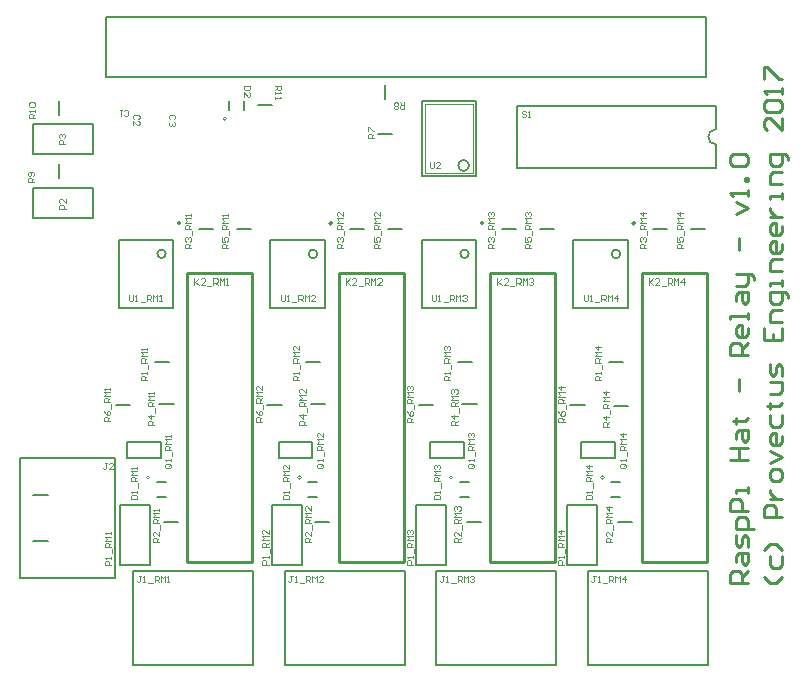
<source format=gto>
G04 Layer_Color=65535*
%FSLAX25Y25*%
%MOIN*%
G70*
G01*
G75*
%ADD35C,0.00600*%
%ADD36C,0.00787*%
%ADD37C,0.00197*%
%ADD38C,0.00200*%
%ADD39C,0.01000*%
%ADD40C,0.00500*%
%ADD41C,0.00400*%
D35*
X135100Y-39559D02*
G03*
X135100Y-39559I-1800J0D01*
G01*
X137487Y-43059D02*
Y-18141D01*
X119513D02*
X137487D01*
X119513Y-43059D02*
Y-18141D01*
Y-43059D02*
X137487D01*
X172600Y-136900D02*
Y-131700D01*
X183800D01*
Y-136900D02*
Y-131700D01*
X172600Y-136900D02*
X183800D01*
X122100D02*
Y-131700D01*
X133300D01*
Y-136900D02*
Y-131700D01*
X122100Y-136900D02*
X133300D01*
X71700D02*
Y-131700D01*
X82900D01*
Y-136900D02*
Y-131700D01*
X71700Y-136900D02*
X82900D01*
X21100D02*
Y-131700D01*
X32300D01*
Y-136900D02*
Y-131700D01*
X21100Y-136900D02*
X32300D01*
D36*
X185538Y-69007D02*
G03*
X185538Y-69007I-1419J0D01*
G01*
X190580Y-58771D02*
G03*
X190580Y-58771I-557J0D01*
G01*
X135038Y-69007D02*
G03*
X135038Y-69007I-1419J0D01*
G01*
X140080Y-58771D02*
G03*
X140080Y-58771I-557J0D01*
G01*
X84538Y-69007D02*
G03*
X84538Y-69007I-1419J0D01*
G01*
X89580Y-58771D02*
G03*
X89580Y-58771I-557J0D01*
G01*
X34038Y-69007D02*
G03*
X34038Y-69007I-1419J0D01*
G01*
X39080Y-58771D02*
G03*
X39080Y-58771I-557J0D01*
G01*
X217389Y-27500D02*
G03*
X217389Y-32500I0J-2500D01*
G01*
X188055Y-86920D02*
Y-64480D01*
X169945Y-86920D02*
X188055D01*
X169945D02*
Y-64480D01*
X188055D01*
X137555Y-86920D02*
Y-64480D01*
X119445Y-86920D02*
X137555D01*
X119445D02*
Y-64480D01*
X137555D01*
X87055Y-86920D02*
Y-64480D01*
X68945Y-86920D02*
X87055D01*
X68945D02*
Y-64480D01*
X87055D01*
X36555Y-86920D02*
Y-64480D01*
X18445Y-86920D02*
X36555D01*
X18445D02*
Y-64480D01*
X36555D01*
X217389Y-27500D02*
Y-19567D01*
Y-40433D02*
Y-32500D01*
X151090Y-40433D02*
Y-19567D01*
X217389D01*
X151090Y-40433D02*
X217389D01*
X64738Y-19500D02*
X69462D01*
X-1600Y-22762D02*
Y-18038D01*
Y-43862D02*
Y-39138D01*
X107100Y-17562D02*
Y-12838D01*
X104838Y-29100D02*
X109562D01*
X168938Y-119300D02*
X173662D01*
X118438D02*
X123162D01*
X67938D02*
X72662D01*
X17438D02*
X22162D01*
X209138Y-60700D02*
X213862D01*
X158638D02*
X163362D01*
X108138D02*
X112862D01*
X57638D02*
X62362D01*
X183438Y-119700D02*
X188162D01*
X132938Y-119200D02*
X137662D01*
X82438D02*
X87162D01*
X31938D02*
X36662D01*
X196538Y-60700D02*
X201262D01*
X146038D02*
X150762D01*
X95538D02*
X100262D01*
X45038D02*
X49762D01*
X184838Y-158500D02*
X189562D01*
X134338D02*
X139062D01*
X83838D02*
X88562D01*
X33338D02*
X38062D01*
X181638Y-105100D02*
X186362D01*
X131338D02*
X136062D01*
X80838D02*
X85562D01*
X30338D02*
X35062D01*
X-10200Y-35600D02*
Y-25600D01*
X9800D01*
Y-35600D02*
Y-25600D01*
X-10200Y-35600D02*
X9800D01*
X-10200Y-57200D02*
Y-47200D01*
X9800D01*
Y-57200D02*
Y-47200D01*
X-10200Y-57200D02*
X9800D01*
X167900Y-152600D02*
X177900D01*
Y-172600D02*
Y-152600D01*
X167900Y-172600D02*
X177900D01*
X167900D02*
Y-152600D01*
X117400D02*
X127400D01*
Y-172600D02*
Y-152600D01*
X117400Y-172600D02*
X127400D01*
X117400D02*
Y-152600D01*
X69300D02*
X79300D01*
Y-172600D02*
Y-152600D01*
X69300Y-172600D02*
X79300D01*
X69300D02*
Y-152600D01*
X18800D02*
X28800D01*
Y-172600D02*
Y-152600D01*
X18800Y-172600D02*
X28800D01*
X18800D02*
Y-152600D01*
X14200Y-10000D02*
X214200D01*
X14200Y10000D02*
X214200D01*
X14200Y-10000D02*
Y10000D01*
X214200Y-10000D02*
Y10000D01*
X-10062Y-164800D02*
X-5338D01*
X-10062Y-149400D02*
X-5338D01*
D37*
X54220Y-23931D02*
G03*
X54220Y-23931I-557J0D01*
G01*
X180226Y-143563D02*
G03*
X180226Y-143563I-557J0D01*
G01*
X129726D02*
G03*
X129726Y-143563I-557J0D01*
G01*
X79226D02*
G03*
X79226Y-143563I-557J0D01*
G01*
X28726D02*
G03*
X28726Y-143563I-557J0D01*
G01*
D38*
X136587Y-42159D02*
Y-19041D01*
X120413D02*
X136587D01*
X120413Y-42159D02*
Y-19041D01*
Y-42159D02*
X136587D01*
D39*
X214363Y-171731D02*
Y-75275D01*
X192709Y-171731D02*
Y-75275D01*
X214363D01*
X192709Y-171731D02*
X214363D01*
X163863D02*
Y-75275D01*
X142209Y-171731D02*
Y-75275D01*
X163863D01*
X142209Y-171731D02*
X163863D01*
X113363D02*
Y-75275D01*
X91710Y-171731D02*
Y-75275D01*
X113363D01*
X91710Y-171731D02*
X113363D01*
X62863D02*
Y-75275D01*
X41209Y-171731D02*
Y-75275D01*
X62863D01*
X41209Y-171731D02*
X62863D01*
X239600Y-176801D02*
X237601Y-178800D01*
X235601D01*
X233602Y-176801D01*
X235601Y-169803D02*
Y-172802D01*
X236601Y-173802D01*
X238600D01*
X239600Y-172802D01*
Y-169803D01*
Y-167804D02*
X237601Y-165804D01*
X235601D01*
X233602Y-167804D01*
X239600Y-156807D02*
X233602D01*
Y-153808D01*
X234602Y-152808D01*
X236601D01*
X237601Y-153808D01*
Y-156807D01*
X235601Y-150809D02*
X239600D01*
X237601D01*
X236601Y-149809D01*
X235601Y-148810D01*
Y-147810D01*
X239600Y-143811D02*
Y-141812D01*
X238600Y-140812D01*
X236601D01*
X235601Y-141812D01*
Y-143811D01*
X236601Y-144811D01*
X238600D01*
X239600Y-143811D01*
X235601Y-138813D02*
X239600Y-136814D01*
X235601Y-134814D01*
X239600Y-129816D02*
Y-131815D01*
X238600Y-132815D01*
X236601D01*
X235601Y-131815D01*
Y-129816D01*
X236601Y-128816D01*
X237601D01*
Y-132815D01*
X235601Y-122818D02*
Y-125817D01*
X236601Y-126817D01*
X238600D01*
X239600Y-125817D01*
Y-122818D01*
X234602Y-119819D02*
X235601D01*
Y-120819D01*
Y-118819D01*
Y-119819D01*
X238600D01*
X239600Y-118819D01*
X235601Y-115820D02*
X238600D01*
X239600Y-114821D01*
Y-111822D01*
X235601D01*
X239600Y-109822D02*
Y-106823D01*
X238600Y-105824D01*
X237601Y-106823D01*
Y-108823D01*
X236601Y-109822D01*
X235601Y-108823D01*
Y-105824D01*
X233602Y-93827D02*
Y-97826D01*
X239600D01*
Y-93827D01*
X236601Y-97826D02*
Y-95827D01*
X239600Y-91828D02*
X235601D01*
Y-88829D01*
X236601Y-87829D01*
X239600D01*
X241599Y-83831D02*
Y-82831D01*
X240600Y-81831D01*
X235601D01*
Y-84830D01*
X236601Y-85830D01*
X238600D01*
X239600Y-84830D01*
Y-81831D01*
Y-79832D02*
Y-77833D01*
Y-78832D01*
X235601D01*
Y-79832D01*
X239600Y-74834D02*
X235601D01*
Y-71835D01*
X236601Y-70835D01*
X239600D01*
Y-65837D02*
Y-67836D01*
X238600Y-68836D01*
X236601D01*
X235601Y-67836D01*
Y-65837D01*
X236601Y-64837D01*
X237601D01*
Y-68836D01*
X239600Y-59838D02*
Y-61838D01*
X238600Y-62837D01*
X236601D01*
X235601Y-61838D01*
Y-59838D01*
X236601Y-58839D01*
X237601D01*
Y-62837D01*
X235601Y-56840D02*
X239600D01*
X237601D01*
X236601Y-55840D01*
X235601Y-54840D01*
Y-53840D01*
X239600Y-50841D02*
Y-48842D01*
Y-49842D01*
X235601D01*
Y-50841D01*
X239600Y-45843D02*
X235601D01*
Y-42844D01*
X236601Y-41844D01*
X239600D01*
X241599Y-37846D02*
Y-36846D01*
X240600Y-35846D01*
X235601D01*
Y-38845D01*
X236601Y-39845D01*
X238600D01*
X239600Y-38845D01*
Y-35846D01*
Y-23850D02*
Y-27849D01*
X235601Y-23850D01*
X234602D01*
X233602Y-24850D01*
Y-26849D01*
X234602Y-27849D01*
Y-21851D02*
X233602Y-20851D01*
Y-18852D01*
X234602Y-17852D01*
X238600D01*
X239600Y-18852D01*
Y-20851D01*
X238600Y-21851D01*
X234602D01*
X239600Y-15853D02*
Y-13853D01*
Y-14853D01*
X233602D01*
X234602Y-15853D01*
X233602Y-10854D02*
Y-6856D01*
X234602D01*
X238600Y-10854D01*
X239600D01*
X228200Y-178800D02*
X222202D01*
Y-175801D01*
X223202Y-174801D01*
X225201D01*
X226201Y-175801D01*
Y-178800D01*
Y-176801D02*
X228200Y-174801D01*
X224201Y-171802D02*
Y-169803D01*
X225201Y-168803D01*
X228200D01*
Y-171802D01*
X227200Y-172802D01*
X226201Y-171802D01*
Y-168803D01*
X228200Y-166804D02*
Y-163805D01*
X227200Y-162805D01*
X226201Y-163805D01*
Y-165804D01*
X225201Y-166804D01*
X224201Y-165804D01*
Y-162805D01*
X230199Y-160806D02*
X224201D01*
Y-157807D01*
X225201Y-156807D01*
X227200D01*
X228200Y-157807D01*
Y-160806D01*
Y-154808D02*
X222202D01*
Y-151809D01*
X223202Y-150809D01*
X225201D01*
X226201Y-151809D01*
Y-154808D01*
X228200Y-148810D02*
Y-146810D01*
Y-147810D01*
X224201D01*
Y-148810D01*
X222202Y-137813D02*
X228200D01*
X225201D01*
Y-133815D01*
X222202D01*
X228200D01*
X224201Y-130815D02*
Y-128816D01*
X225201Y-127816D01*
X228200D01*
Y-130815D01*
X227200Y-131815D01*
X226201Y-130815D01*
Y-127816D01*
X223202Y-124818D02*
X224201D01*
Y-125817D01*
Y-123818D01*
Y-124818D01*
X227200D01*
X228200Y-123818D01*
X225201Y-114821D02*
Y-110822D01*
X228200Y-102825D02*
X222202D01*
Y-99826D01*
X223202Y-98826D01*
X225201D01*
X226201Y-99826D01*
Y-102825D01*
Y-100825D02*
X228200Y-98826D01*
Y-93827D02*
Y-95827D01*
X227200Y-96826D01*
X225201D01*
X224201Y-95827D01*
Y-93827D01*
X225201Y-92828D01*
X226201D01*
Y-96826D01*
X228200Y-90829D02*
Y-88829D01*
Y-89829D01*
X222202D01*
Y-90829D01*
X224201Y-84830D02*
Y-82831D01*
X225201Y-81831D01*
X228200D01*
Y-84830D01*
X227200Y-85830D01*
X226201Y-84830D01*
Y-81831D01*
X224201Y-79832D02*
X227200D01*
X228200Y-78832D01*
Y-75833D01*
X229200D01*
X230199Y-76833D01*
Y-77833D01*
X228200Y-75833D02*
X224201D01*
X225201Y-67836D02*
Y-63837D01*
X224201Y-55840D02*
X228200Y-53840D01*
X224201Y-51841D01*
X228200Y-49842D02*
Y-47842D01*
Y-48842D01*
X222202D01*
X223202Y-49842D01*
X228200Y-44843D02*
X227200D01*
Y-43844D01*
X228200D01*
Y-44843D01*
X223202Y-39845D02*
X222202Y-38845D01*
Y-36846D01*
X223202Y-35846D01*
X227200D01*
X228200Y-36846D01*
Y-38845D01*
X227200Y-39845D01*
X223202D01*
D40*
X-14535Y-177200D02*
X16961D01*
Y-137200D01*
X-14535D02*
X16961D01*
X-14535Y-177200D02*
Y-137200D01*
X174700Y-206061D02*
Y-174565D01*
Y-206061D02*
X214700D01*
Y-174565D01*
X174700D02*
X214700D01*
X124200Y-206061D02*
Y-174565D01*
Y-206061D02*
X164200D01*
Y-174565D01*
X124200D02*
X164200D01*
X73700Y-206061D02*
Y-174565D01*
Y-206061D02*
X113700D01*
Y-174565D01*
X73700D02*
X113700D01*
X23200Y-206061D02*
Y-174565D01*
Y-206061D02*
X63200D01*
Y-174565D01*
X23200D02*
X63200D01*
X55139Y-21076D02*
Y-18124D01*
X60061Y-21076D02*
Y-18124D01*
X182524Y-145039D02*
X185476D01*
X182524Y-149961D02*
X185476D01*
X132024Y-145039D02*
X134976D01*
X132024Y-149961D02*
X134976D01*
X81524Y-145039D02*
X84476D01*
X81524Y-149961D02*
X84476D01*
X31024Y-145039D02*
X33976D01*
X31024Y-149961D02*
X33976D01*
D41*
X122100Y-38401D02*
Y-40150D01*
X122450Y-40500D01*
X123150D01*
X123500Y-40150D01*
Y-38401D01*
X125599Y-40500D02*
X124199D01*
X125599Y-39101D01*
Y-38751D01*
X125249Y-38401D01*
X124549D01*
X124199Y-38751D01*
X70456Y-12994D02*
X72555D01*
Y-14044D01*
X72205Y-14394D01*
X71506D01*
X71156Y-14044D01*
Y-12994D01*
Y-13694D02*
X70456Y-14394D01*
Y-15094D02*
Y-15794D01*
Y-15444D01*
X72555D01*
X72205Y-15094D01*
X70456Y-16843D02*
Y-17543D01*
Y-17193D01*
X72555D01*
X72205Y-16843D01*
X113605Y-18556D02*
Y-20655D01*
X112556D01*
X112206Y-20305D01*
Y-19605D01*
X112556Y-19256D01*
X113605D01*
X112906D02*
X112206Y-18556D01*
X111506Y-20305D02*
X111156Y-20655D01*
X110457D01*
X110107Y-20305D01*
Y-19955D01*
X110457Y-19605D01*
X110107Y-19256D01*
Y-18906D01*
X110457Y-18556D01*
X111156D01*
X111506Y-18906D01*
Y-19256D01*
X111156Y-19605D01*
X111506Y-19955D01*
Y-20305D01*
X111156Y-19605D02*
X110457D01*
X103600Y-30300D02*
X101501D01*
Y-29250D01*
X101851Y-28901D01*
X102550D01*
X102900Y-29250D01*
Y-30300D01*
Y-29600D02*
X103600Y-28901D01*
X101501Y-28201D02*
Y-26801D01*
X101851D01*
X103250Y-28201D01*
X103600D01*
X62268Y-13094D02*
X60168D01*
Y-14144D01*
X60518Y-14494D01*
X61918D01*
X62268Y-14144D01*
Y-13094D01*
X60168Y-16593D02*
Y-15194D01*
X61568Y-16593D01*
X61918D01*
X62268Y-16243D01*
Y-15544D01*
X61918Y-15194D01*
X20100Y-22649D02*
X20450Y-22999D01*
X21150D01*
X21500Y-22649D01*
Y-21250D01*
X21150Y-20900D01*
X20450D01*
X20100Y-21250D01*
X19401Y-20900D02*
X18701D01*
X19051D01*
Y-22999D01*
X19401Y-22649D01*
X24949Y-24000D02*
X25299Y-23650D01*
Y-22950D01*
X24949Y-22600D01*
X23550D01*
X23200Y-22950D01*
Y-23650D01*
X23550Y-24000D01*
X23200Y-26099D02*
Y-24699D01*
X24600Y-26099D01*
X24949D01*
X25299Y-25749D01*
Y-25049D01*
X24949Y-24699D01*
X36849Y-24200D02*
X37199Y-23850D01*
Y-23150D01*
X36849Y-22800D01*
X35450D01*
X35100Y-23150D01*
Y-23850D01*
X35450Y-24200D01*
X36849Y-24899D02*
X37199Y-25249D01*
Y-25949D01*
X36849Y-26299D01*
X36500D01*
X36150Y-25949D01*
Y-25599D01*
Y-25949D01*
X35800Y-26299D01*
X35450D01*
X35100Y-25949D01*
Y-25249D01*
X35450Y-24899D01*
X22501Y-150800D02*
X24600D01*
Y-149750D01*
X24250Y-149400D01*
X22851D01*
X22501Y-149750D01*
Y-150800D01*
X24600Y-148701D02*
Y-148001D01*
Y-148351D01*
X22501D01*
X22851Y-148701D01*
X24950Y-146951D02*
Y-145552D01*
X24600Y-144852D02*
X22501D01*
Y-143802D01*
X22851Y-143452D01*
X23550D01*
X23900Y-143802D01*
Y-144852D01*
Y-144152D02*
X24600Y-143452D01*
Y-142753D02*
X22501D01*
X23201Y-142053D01*
X22501Y-141353D01*
X24600D01*
Y-140653D02*
Y-139953D01*
Y-140303D01*
X22501D01*
X22851Y-140653D01*
X73001Y-150800D02*
X75100D01*
Y-149750D01*
X74750Y-149400D01*
X73351D01*
X73001Y-149750D01*
Y-150800D01*
X75100Y-148701D02*
Y-148001D01*
Y-148351D01*
X73001D01*
X73351Y-148701D01*
X75450Y-146951D02*
Y-145552D01*
X75100Y-144852D02*
X73001D01*
Y-143802D01*
X73351Y-143452D01*
X74050D01*
X74400Y-143802D01*
Y-144852D01*
Y-144152D02*
X75100Y-143452D01*
Y-142753D02*
X73001D01*
X73700Y-142053D01*
X73001Y-141353D01*
X75100D01*
Y-139254D02*
Y-140653D01*
X73700Y-139254D01*
X73351D01*
X73001Y-139604D01*
Y-140303D01*
X73351Y-140653D01*
X123501Y-150800D02*
X125600D01*
Y-149750D01*
X125250Y-149400D01*
X123851D01*
X123501Y-149750D01*
Y-150800D01*
X125600Y-148701D02*
Y-148001D01*
Y-148351D01*
X123501D01*
X123851Y-148701D01*
X125950Y-146951D02*
Y-145552D01*
X125600Y-144852D02*
X123501D01*
Y-143802D01*
X123851Y-143452D01*
X124550D01*
X124900Y-143802D01*
Y-144852D01*
Y-144152D02*
X125600Y-143452D01*
Y-142753D02*
X123501D01*
X124200Y-142053D01*
X123501Y-141353D01*
X125600D01*
X123851Y-140653D02*
X123501Y-140303D01*
Y-139604D01*
X123851Y-139254D01*
X124200D01*
X124550Y-139604D01*
Y-139953D01*
Y-139604D01*
X124900Y-139254D01*
X125250D01*
X125600Y-139604D01*
Y-140303D01*
X125250Y-140653D01*
X174001Y-150800D02*
X176100D01*
Y-149750D01*
X175750Y-149400D01*
X174351D01*
X174001Y-149750D01*
Y-150800D01*
X176100Y-148701D02*
Y-148001D01*
Y-148351D01*
X174001D01*
X174351Y-148701D01*
X176450Y-146951D02*
Y-145552D01*
X176100Y-144852D02*
X174001D01*
Y-143802D01*
X174351Y-143452D01*
X175050D01*
X175400Y-143802D01*
Y-144852D01*
Y-144152D02*
X176100Y-143452D01*
Y-142753D02*
X174001D01*
X174700Y-142053D01*
X174001Y-141353D01*
X176100D01*
Y-139604D02*
X174001D01*
X175050Y-140653D01*
Y-139254D01*
X25800Y-176301D02*
X25100D01*
X25450D01*
Y-178050D01*
X25100Y-178400D01*
X24750D01*
X24400Y-178050D01*
X26499Y-178400D02*
X27199D01*
X26849D01*
Y-176301D01*
X26499Y-176651D01*
X28249Y-178750D02*
X29648D01*
X30348Y-178400D02*
Y-176301D01*
X31398D01*
X31748Y-176651D01*
Y-177350D01*
X31398Y-177700D01*
X30348D01*
X31048D02*
X31748Y-178400D01*
X32447D02*
Y-176301D01*
X33147Y-177000D01*
X33847Y-176301D01*
Y-178400D01*
X34547D02*
X35247D01*
X34897D01*
Y-176301D01*
X34547Y-176651D01*
X76300Y-176301D02*
X75600D01*
X75950D01*
Y-178050D01*
X75600Y-178400D01*
X75250D01*
X74900Y-178050D01*
X76999Y-178400D02*
X77699D01*
X77349D01*
Y-176301D01*
X76999Y-176651D01*
X78749Y-178750D02*
X80148D01*
X80848Y-178400D02*
Y-176301D01*
X81898D01*
X82248Y-176651D01*
Y-177350D01*
X81898Y-177700D01*
X80848D01*
X81548D02*
X82248Y-178400D01*
X82947D02*
Y-176301D01*
X83647Y-177000D01*
X84347Y-176301D01*
Y-178400D01*
X86446D02*
X85047D01*
X86446Y-177000D01*
Y-176651D01*
X86096Y-176301D01*
X85397D01*
X85047Y-176651D01*
X126799Y-176301D02*
X126100D01*
X126450D01*
Y-178050D01*
X126100Y-178400D01*
X125750D01*
X125400Y-178050D01*
X127499Y-178400D02*
X128199D01*
X127849D01*
Y-176301D01*
X127499Y-176651D01*
X129249Y-178750D02*
X130648D01*
X131348Y-178400D02*
Y-176301D01*
X132398D01*
X132748Y-176651D01*
Y-177350D01*
X132398Y-177700D01*
X131348D01*
X132048D02*
X132748Y-178400D01*
X133447D02*
Y-176301D01*
X134147Y-177000D01*
X134847Y-176301D01*
Y-178400D01*
X135547Y-176651D02*
X135897Y-176301D01*
X136596D01*
X136946Y-176651D01*
Y-177000D01*
X136596Y-177350D01*
X136247D01*
X136596D01*
X136946Y-177700D01*
Y-178050D01*
X136596Y-178400D01*
X135897D01*
X135547Y-178050D01*
X177299Y-176301D02*
X176600D01*
X176950D01*
Y-178050D01*
X176600Y-178400D01*
X176250D01*
X175900Y-178050D01*
X177999Y-178400D02*
X178699D01*
X178349D01*
Y-176301D01*
X177999Y-176651D01*
X179749Y-178750D02*
X181148D01*
X181848Y-178400D02*
Y-176301D01*
X182898D01*
X183248Y-176651D01*
Y-177350D01*
X182898Y-177700D01*
X181848D01*
X182548D02*
X183248Y-178400D01*
X183947D02*
Y-176301D01*
X184647Y-177000D01*
X185347Y-176301D01*
Y-178400D01*
X187096D02*
Y-176301D01*
X186047Y-177350D01*
X187446D01*
X43600Y-77201D02*
Y-79300D01*
Y-78600D01*
X45000Y-77201D01*
X43950Y-78250D01*
X45000Y-79300D01*
X47099D02*
X45699D01*
X47099Y-77900D01*
Y-77551D01*
X46749Y-77201D01*
X46049D01*
X45699Y-77551D01*
X47799Y-79650D02*
X49198D01*
X49898Y-79300D02*
Y-77201D01*
X50948D01*
X51297Y-77551D01*
Y-78250D01*
X50948Y-78600D01*
X49898D01*
X50598D02*
X51297Y-79300D01*
X51997D02*
Y-77201D01*
X52697Y-77900D01*
X53397Y-77201D01*
Y-79300D01*
X54097D02*
X54796D01*
X54447D01*
Y-77201D01*
X54097Y-77551D01*
X94100Y-77201D02*
Y-79300D01*
Y-78600D01*
X95499Y-77201D01*
X94450Y-78250D01*
X95499Y-79300D01*
X97599D02*
X96199D01*
X97599Y-77900D01*
Y-77551D01*
X97249Y-77201D01*
X96549D01*
X96199Y-77551D01*
X98299Y-79650D02*
X99698D01*
X100398Y-79300D02*
Y-77201D01*
X101448D01*
X101797Y-77551D01*
Y-78250D01*
X101448Y-78600D01*
X100398D01*
X101098D02*
X101797Y-79300D01*
X102497D02*
Y-77201D01*
X103197Y-77900D01*
X103897Y-77201D01*
Y-79300D01*
X105996D02*
X104597D01*
X105996Y-77900D01*
Y-77551D01*
X105646Y-77201D01*
X104946D01*
X104597Y-77551D01*
X144600Y-77201D02*
Y-79300D01*
Y-78600D01*
X146000Y-77201D01*
X144950Y-78250D01*
X146000Y-79300D01*
X148099D02*
X146699D01*
X148099Y-77900D01*
Y-77551D01*
X147749Y-77201D01*
X147049D01*
X146699Y-77551D01*
X148799Y-79650D02*
X150198D01*
X150898Y-79300D02*
Y-77201D01*
X151948D01*
X152297Y-77551D01*
Y-78250D01*
X151948Y-78600D01*
X150898D01*
X151598D02*
X152297Y-79300D01*
X152997D02*
Y-77201D01*
X153697Y-77900D01*
X154397Y-77201D01*
Y-79300D01*
X155097Y-77551D02*
X155447Y-77201D01*
X156146D01*
X156496Y-77551D01*
Y-77900D01*
X156146Y-78250D01*
X155796D01*
X156146D01*
X156496Y-78600D01*
Y-78950D01*
X156146Y-79300D01*
X155447D01*
X155097Y-78950D01*
X195100Y-77201D02*
Y-79300D01*
Y-78600D01*
X196500Y-77201D01*
X195450Y-78250D01*
X196500Y-79300D01*
X198599D02*
X197199D01*
X198599Y-77900D01*
Y-77551D01*
X198249Y-77201D01*
X197549D01*
X197199Y-77551D01*
X199299Y-79650D02*
X200698D01*
X201398Y-79300D02*
Y-77201D01*
X202448D01*
X202798Y-77551D01*
Y-78250D01*
X202448Y-78600D01*
X201398D01*
X202098D02*
X202798Y-79300D01*
X203497D02*
Y-77201D01*
X204197Y-77900D01*
X204897Y-77201D01*
Y-79300D01*
X206646D02*
Y-77201D01*
X205597Y-78250D01*
X206996D01*
X15800Y-172700D02*
X13701D01*
Y-171650D01*
X14051Y-171300D01*
X14750D01*
X15100Y-171650D01*
Y-172700D01*
X15800Y-170601D02*
Y-169901D01*
Y-170251D01*
X13701D01*
X14051Y-170601D01*
X16150Y-168851D02*
Y-167452D01*
X15800Y-166752D02*
X13701D01*
Y-165702D01*
X14051Y-165352D01*
X14750D01*
X15100Y-165702D01*
Y-166752D01*
Y-166052D02*
X15800Y-165352D01*
Y-164653D02*
X13701D01*
X14401Y-163953D01*
X13701Y-163253D01*
X15800D01*
Y-162553D02*
Y-161854D01*
Y-162203D01*
X13701D01*
X14051Y-162553D01*
X68300Y-172600D02*
X66201D01*
Y-171550D01*
X66551Y-171201D01*
X67250D01*
X67600Y-171550D01*
Y-172600D01*
X68300Y-170501D02*
Y-169801D01*
Y-170151D01*
X66201D01*
X66551Y-170501D01*
X68650Y-168751D02*
Y-167352D01*
X68300Y-166652D02*
X66201D01*
Y-165602D01*
X66551Y-165252D01*
X67250D01*
X67600Y-165602D01*
Y-166652D01*
Y-165952D02*
X68300Y-165252D01*
Y-164553D02*
X66201D01*
X66900Y-163853D01*
X66201Y-163153D01*
X68300D01*
Y-161054D02*
Y-162453D01*
X66900Y-161054D01*
X66551D01*
X66201Y-161404D01*
Y-162103D01*
X66551Y-162453D01*
X116400Y-172600D02*
X114301D01*
Y-171550D01*
X114651Y-171201D01*
X115350D01*
X115700Y-171550D01*
Y-172600D01*
X116400Y-170501D02*
Y-169801D01*
Y-170151D01*
X114301D01*
X114651Y-170501D01*
X116750Y-168751D02*
Y-167352D01*
X116400Y-166652D02*
X114301D01*
Y-165602D01*
X114651Y-165252D01*
X115350D01*
X115700Y-165602D01*
Y-166652D01*
Y-165952D02*
X116400Y-165252D01*
Y-164553D02*
X114301D01*
X115000Y-163853D01*
X114301Y-163153D01*
X116400D01*
X114651Y-162453D02*
X114301Y-162103D01*
Y-161404D01*
X114651Y-161054D01*
X115000D01*
X115350Y-161404D01*
Y-161753D01*
Y-161404D01*
X115700Y-161054D01*
X116050D01*
X116400Y-161404D01*
Y-162103D01*
X116050Y-162453D01*
X166900Y-172600D02*
X164801D01*
Y-171550D01*
X165151Y-171201D01*
X165850D01*
X166200Y-171550D01*
Y-172600D01*
X166900Y-170501D02*
Y-169801D01*
Y-170151D01*
X164801D01*
X165151Y-170501D01*
X167250Y-168751D02*
Y-167352D01*
X166900Y-166652D02*
X164801D01*
Y-165602D01*
X165151Y-165252D01*
X165850D01*
X166200Y-165602D01*
Y-166652D01*
Y-165952D02*
X166900Y-165252D01*
Y-164553D02*
X164801D01*
X165500Y-163853D01*
X164801Y-163153D01*
X166900D01*
Y-161404D02*
X164801D01*
X165850Y-162453D01*
Y-161054D01*
X35550Y-138900D02*
X34151D01*
X33801Y-139250D01*
Y-139950D01*
X34151Y-140300D01*
X35550D01*
X35900Y-139950D01*
Y-139250D01*
X35200Y-139600D02*
X35900Y-138900D01*
Y-139250D02*
X35550Y-138900D01*
X35900Y-138201D02*
Y-137501D01*
Y-137851D01*
X33801D01*
X34151Y-138201D01*
X36250Y-136451D02*
Y-135052D01*
X35900Y-134352D02*
X33801D01*
Y-133302D01*
X34151Y-132952D01*
X34850D01*
X35200Y-133302D01*
Y-134352D01*
Y-133652D02*
X35900Y-132952D01*
Y-132253D02*
X33801D01*
X34501Y-131553D01*
X33801Y-130853D01*
X35900D01*
Y-130153D02*
Y-129454D01*
Y-129803D01*
X33801D01*
X34151Y-130153D01*
X86150Y-138900D02*
X84751D01*
X84401Y-139250D01*
Y-139950D01*
X84751Y-140300D01*
X86150D01*
X86500Y-139950D01*
Y-139250D01*
X85800Y-139600D02*
X86500Y-138900D01*
Y-139250D02*
X86150Y-138900D01*
X86500Y-138201D02*
Y-137501D01*
Y-137851D01*
X84401D01*
X84751Y-138201D01*
X86850Y-136451D02*
Y-135052D01*
X86500Y-134352D02*
X84401D01*
Y-133302D01*
X84751Y-132952D01*
X85450D01*
X85800Y-133302D01*
Y-134352D01*
Y-133652D02*
X86500Y-132952D01*
Y-132253D02*
X84401D01*
X85101Y-131553D01*
X84401Y-130853D01*
X86500D01*
Y-128754D02*
Y-130153D01*
X85101Y-128754D01*
X84751D01*
X84401Y-129104D01*
Y-129803D01*
X84751Y-130153D01*
X136550Y-138900D02*
X135151D01*
X134801Y-139250D01*
Y-139950D01*
X135151Y-140300D01*
X136550D01*
X136900Y-139950D01*
Y-139250D01*
X136200Y-139600D02*
X136900Y-138900D01*
Y-139250D02*
X136550Y-138900D01*
X136900Y-138201D02*
Y-137501D01*
Y-137851D01*
X134801D01*
X135151Y-138201D01*
X137250Y-136451D02*
Y-135052D01*
X136900Y-134352D02*
X134801D01*
Y-133302D01*
X135151Y-132952D01*
X135850D01*
X136200Y-133302D01*
Y-134352D01*
Y-133652D02*
X136900Y-132952D01*
Y-132253D02*
X134801D01*
X135501Y-131553D01*
X134801Y-130853D01*
X136900D01*
X135151Y-130153D02*
X134801Y-129803D01*
Y-129104D01*
X135151Y-128754D01*
X135501D01*
X135850Y-129104D01*
Y-129454D01*
Y-129104D01*
X136200Y-128754D01*
X136550D01*
X136900Y-129104D01*
Y-129803D01*
X136550Y-130153D01*
X187050Y-138900D02*
X185651D01*
X185301Y-139250D01*
Y-139950D01*
X185651Y-140300D01*
X187050D01*
X187400Y-139950D01*
Y-139250D01*
X186700Y-139600D02*
X187400Y-138900D01*
Y-139250D02*
X187050Y-138900D01*
X187400Y-138201D02*
Y-137501D01*
Y-137851D01*
X185301D01*
X185651Y-138201D01*
X187750Y-136451D02*
Y-135052D01*
X187400Y-134352D02*
X185301D01*
Y-133302D01*
X185651Y-132952D01*
X186350D01*
X186700Y-133302D01*
Y-134352D01*
Y-133652D02*
X187400Y-132952D01*
Y-132253D02*
X185301D01*
X186000Y-131553D01*
X185301Y-130853D01*
X187400D01*
Y-129104D02*
X185301D01*
X186350Y-130153D01*
Y-128754D01*
X27900Y-111200D02*
X25801D01*
Y-110150D01*
X26151Y-109801D01*
X26850D01*
X27200Y-110150D01*
Y-111200D01*
Y-110500D02*
X27900Y-109801D01*
Y-109101D02*
Y-108401D01*
Y-108751D01*
X25801D01*
X26151Y-109101D01*
X28250Y-107351D02*
Y-105952D01*
X27900Y-105252D02*
X25801D01*
Y-104202D01*
X26151Y-103852D01*
X26850D01*
X27200Y-104202D01*
Y-105252D01*
Y-104552D02*
X27900Y-103852D01*
Y-103153D02*
X25801D01*
X26500Y-102453D01*
X25801Y-101753D01*
X27900D01*
Y-101053D02*
Y-100354D01*
Y-100703D01*
X25801D01*
X26151Y-101053D01*
X78400Y-111200D02*
X76301D01*
Y-110150D01*
X76651Y-109801D01*
X77350D01*
X77700Y-110150D01*
Y-111200D01*
Y-110500D02*
X78400Y-109801D01*
Y-109101D02*
Y-108401D01*
Y-108751D01*
X76301D01*
X76651Y-109101D01*
X78750Y-107351D02*
Y-105952D01*
X78400Y-105252D02*
X76301D01*
Y-104202D01*
X76651Y-103852D01*
X77350D01*
X77700Y-104202D01*
Y-105252D01*
Y-104552D02*
X78400Y-103852D01*
Y-103153D02*
X76301D01*
X77000Y-102453D01*
X76301Y-101753D01*
X78400D01*
Y-99654D02*
Y-101053D01*
X77000Y-99654D01*
X76651D01*
X76301Y-100004D01*
Y-100703D01*
X76651Y-101053D01*
X128900Y-111200D02*
X126801D01*
Y-110150D01*
X127151Y-109801D01*
X127850D01*
X128200Y-110150D01*
Y-111200D01*
Y-110500D02*
X128900Y-109801D01*
Y-109101D02*
Y-108401D01*
Y-108751D01*
X126801D01*
X127151Y-109101D01*
X129250Y-107351D02*
Y-105952D01*
X128900Y-105252D02*
X126801D01*
Y-104202D01*
X127151Y-103852D01*
X127850D01*
X128200Y-104202D01*
Y-105252D01*
Y-104552D02*
X128900Y-103852D01*
Y-103153D02*
X126801D01*
X127500Y-102453D01*
X126801Y-101753D01*
X128900D01*
X127151Y-101053D02*
X126801Y-100703D01*
Y-100004D01*
X127151Y-99654D01*
X127500D01*
X127850Y-100004D01*
Y-100354D01*
Y-100004D01*
X128200Y-99654D01*
X128550D01*
X128900Y-100004D01*
Y-100703D01*
X128550Y-101053D01*
X179200Y-111200D02*
X177101D01*
Y-110150D01*
X177451Y-109801D01*
X178150D01*
X178500Y-110150D01*
Y-111200D01*
Y-110500D02*
X179200Y-109801D01*
Y-109101D02*
Y-108401D01*
Y-108751D01*
X177101D01*
X177451Y-109101D01*
X179550Y-107351D02*
Y-105952D01*
X179200Y-105252D02*
X177101D01*
Y-104202D01*
X177451Y-103852D01*
X178150D01*
X178500Y-104202D01*
Y-105252D01*
Y-104552D02*
X179200Y-103852D01*
Y-103153D02*
X177101D01*
X177801Y-102453D01*
X177101Y-101753D01*
X179200D01*
Y-100004D02*
X177101D01*
X178150Y-101053D01*
Y-99654D01*
X31900Y-165100D02*
X29801D01*
Y-164050D01*
X30151Y-163700D01*
X30850D01*
X31200Y-164050D01*
Y-165100D01*
Y-164400D02*
X31900Y-163700D01*
Y-161601D02*
Y-163001D01*
X30501Y-161601D01*
X30151D01*
X29801Y-161951D01*
Y-162651D01*
X30151Y-163001D01*
X32250Y-160901D02*
Y-159502D01*
X31900Y-158802D02*
X29801D01*
Y-157752D01*
X30151Y-157403D01*
X30850D01*
X31200Y-157752D01*
Y-158802D01*
Y-158102D02*
X31900Y-157403D01*
Y-156703D02*
X29801D01*
X30501Y-156003D01*
X29801Y-155303D01*
X31900D01*
Y-154603D02*
Y-153904D01*
Y-154253D01*
X29801D01*
X30151Y-154603D01*
X82400Y-165100D02*
X80301D01*
Y-164050D01*
X80651Y-163700D01*
X81350D01*
X81700Y-164050D01*
Y-165100D01*
Y-164400D02*
X82400Y-163700D01*
Y-161601D02*
Y-163001D01*
X81001Y-161601D01*
X80651D01*
X80301Y-161951D01*
Y-162651D01*
X80651Y-163001D01*
X82750Y-160901D02*
Y-159502D01*
X82400Y-158802D02*
X80301D01*
Y-157752D01*
X80651Y-157403D01*
X81350D01*
X81700Y-157752D01*
Y-158802D01*
Y-158102D02*
X82400Y-157403D01*
Y-156703D02*
X80301D01*
X81001Y-156003D01*
X80301Y-155303D01*
X82400D01*
Y-153204D02*
Y-154603D01*
X81001Y-153204D01*
X80651D01*
X80301Y-153554D01*
Y-154253D01*
X80651Y-154603D01*
X132300Y-165100D02*
X130201D01*
Y-164050D01*
X130551Y-163700D01*
X131250D01*
X131600Y-164050D01*
Y-165100D01*
Y-164400D02*
X132300Y-163700D01*
Y-161601D02*
Y-163001D01*
X130901Y-161601D01*
X130551D01*
X130201Y-161951D01*
Y-162651D01*
X130551Y-163001D01*
X132650Y-160901D02*
Y-159502D01*
X132300Y-158802D02*
X130201D01*
Y-157752D01*
X130551Y-157403D01*
X131250D01*
X131600Y-157752D01*
Y-158802D01*
Y-158102D02*
X132300Y-157403D01*
Y-156703D02*
X130201D01*
X130901Y-156003D01*
X130201Y-155303D01*
X132300D01*
X130551Y-154603D02*
X130201Y-154253D01*
Y-153554D01*
X130551Y-153204D01*
X130901D01*
X131250Y-153554D01*
Y-153904D01*
Y-153554D01*
X131600Y-153204D01*
X131950D01*
X132300Y-153554D01*
Y-154253D01*
X131950Y-154603D01*
X182800Y-165100D02*
X180701D01*
Y-164050D01*
X181051Y-163700D01*
X181750D01*
X182100Y-164050D01*
Y-165100D01*
Y-164400D02*
X182800Y-163700D01*
Y-161601D02*
Y-163001D01*
X181401Y-161601D01*
X181051D01*
X180701Y-161951D01*
Y-162651D01*
X181051Y-163001D01*
X183150Y-160901D02*
Y-159502D01*
X182800Y-158802D02*
X180701D01*
Y-157752D01*
X181051Y-157403D01*
X181750D01*
X182100Y-157752D01*
Y-158802D01*
Y-158102D02*
X182800Y-157403D01*
Y-156703D02*
X180701D01*
X181401Y-156003D01*
X180701Y-155303D01*
X182800D01*
Y-153554D02*
X180701D01*
X181750Y-154603D01*
Y-153204D01*
X42600Y-67000D02*
X40501D01*
Y-65950D01*
X40851Y-65601D01*
X41550D01*
X41900Y-65950D01*
Y-67000D01*
Y-66300D02*
X42600Y-65601D01*
X40851Y-64901D02*
X40501Y-64551D01*
Y-63851D01*
X40851Y-63501D01*
X41201D01*
X41550Y-63851D01*
Y-64201D01*
Y-63851D01*
X41900Y-63501D01*
X42250D01*
X42600Y-63851D01*
Y-64551D01*
X42250Y-64901D01*
X42950Y-62801D02*
Y-61402D01*
X42600Y-60702D02*
X40501D01*
Y-59652D01*
X40851Y-59303D01*
X41550D01*
X41900Y-59652D01*
Y-60702D01*
Y-60002D02*
X42600Y-59303D01*
Y-58603D02*
X40501D01*
X41201Y-57903D01*
X40501Y-57203D01*
X42600D01*
Y-56503D02*
Y-55804D01*
Y-56154D01*
X40501D01*
X40851Y-56503D01*
X93100Y-67000D02*
X91001D01*
Y-65950D01*
X91351Y-65601D01*
X92050D01*
X92400Y-65950D01*
Y-67000D01*
Y-66300D02*
X93100Y-65601D01*
X91351Y-64901D02*
X91001Y-64551D01*
Y-63851D01*
X91351Y-63501D01*
X91701D01*
X92050Y-63851D01*
Y-64201D01*
Y-63851D01*
X92400Y-63501D01*
X92750D01*
X93100Y-63851D01*
Y-64551D01*
X92750Y-64901D01*
X93450Y-62801D02*
Y-61402D01*
X93100Y-60702D02*
X91001D01*
Y-59652D01*
X91351Y-59303D01*
X92050D01*
X92400Y-59652D01*
Y-60702D01*
Y-60002D02*
X93100Y-59303D01*
Y-58603D02*
X91001D01*
X91701Y-57903D01*
X91001Y-57203D01*
X93100D01*
Y-55104D02*
Y-56503D01*
X91701Y-55104D01*
X91351D01*
X91001Y-55454D01*
Y-56154D01*
X91351Y-56503D01*
X143600Y-67000D02*
X141501D01*
Y-65950D01*
X141851Y-65601D01*
X142550D01*
X142900Y-65950D01*
Y-67000D01*
Y-66300D02*
X143600Y-65601D01*
X141851Y-64901D02*
X141501Y-64551D01*
Y-63851D01*
X141851Y-63501D01*
X142201D01*
X142550Y-63851D01*
Y-64201D01*
Y-63851D01*
X142900Y-63501D01*
X143250D01*
X143600Y-63851D01*
Y-64551D01*
X143250Y-64901D01*
X143950Y-62801D02*
Y-61402D01*
X143600Y-60702D02*
X141501D01*
Y-59652D01*
X141851Y-59303D01*
X142550D01*
X142900Y-59652D01*
Y-60702D01*
Y-60002D02*
X143600Y-59303D01*
Y-58603D02*
X141501D01*
X142201Y-57903D01*
X141501Y-57203D01*
X143600D01*
X141851Y-56503D02*
X141501Y-56154D01*
Y-55454D01*
X141851Y-55104D01*
X142201D01*
X142550Y-55454D01*
Y-55804D01*
Y-55454D01*
X142900Y-55104D01*
X143250D01*
X143600Y-55454D01*
Y-56154D01*
X143250Y-56503D01*
X194100Y-67000D02*
X192001D01*
Y-65950D01*
X192351Y-65601D01*
X193050D01*
X193400Y-65950D01*
Y-67000D01*
Y-66300D02*
X194100Y-65601D01*
X192351Y-64901D02*
X192001Y-64551D01*
Y-63851D01*
X192351Y-63501D01*
X192701D01*
X193050Y-63851D01*
Y-64201D01*
Y-63851D01*
X193400Y-63501D01*
X193750D01*
X194100Y-63851D01*
Y-64551D01*
X193750Y-64901D01*
X194450Y-62801D02*
Y-61402D01*
X194100Y-60702D02*
X192001D01*
Y-59652D01*
X192351Y-59303D01*
X193050D01*
X193400Y-59652D01*
Y-60702D01*
Y-60002D02*
X194100Y-59303D01*
Y-58603D02*
X192001D01*
X192701Y-57903D01*
X192001Y-57203D01*
X194100D01*
Y-55454D02*
X192001D01*
X193050Y-56503D01*
Y-55104D01*
X30100Y-126100D02*
X28001D01*
Y-125050D01*
X28351Y-124700D01*
X29050D01*
X29400Y-125050D01*
Y-126100D01*
Y-125400D02*
X30100Y-124700D01*
Y-122951D02*
X28001D01*
X29050Y-124001D01*
Y-122601D01*
X30450Y-121901D02*
Y-120502D01*
X30100Y-119802D02*
X28001D01*
Y-118752D01*
X28351Y-118403D01*
X29050D01*
X29400Y-118752D01*
Y-119802D01*
Y-119102D02*
X30100Y-118403D01*
Y-117703D02*
X28001D01*
X28701Y-117003D01*
X28001Y-116303D01*
X30100D01*
Y-115603D02*
Y-114904D01*
Y-115253D01*
X28001D01*
X28351Y-115603D01*
X80700Y-126000D02*
X78601D01*
Y-124950D01*
X78951Y-124601D01*
X79650D01*
X80000Y-124950D01*
Y-126000D01*
Y-125300D02*
X80700Y-124601D01*
Y-122851D02*
X78601D01*
X79650Y-123901D01*
Y-122501D01*
X81050Y-121801D02*
Y-120402D01*
X80700Y-119702D02*
X78601D01*
Y-118652D01*
X78951Y-118303D01*
X79650D01*
X80000Y-118652D01*
Y-119702D01*
Y-119002D02*
X80700Y-118303D01*
Y-117603D02*
X78601D01*
X79300Y-116903D01*
X78601Y-116203D01*
X80700D01*
Y-114104D02*
Y-115503D01*
X79300Y-114104D01*
X78951D01*
X78601Y-114454D01*
Y-115154D01*
X78951Y-115503D01*
X131300Y-126100D02*
X129201D01*
Y-125050D01*
X129551Y-124700D01*
X130250D01*
X130600Y-125050D01*
Y-126100D01*
Y-125400D02*
X131300Y-124700D01*
Y-122951D02*
X129201D01*
X130250Y-124001D01*
Y-122601D01*
X131650Y-121901D02*
Y-120502D01*
X131300Y-119802D02*
X129201D01*
Y-118752D01*
X129551Y-118403D01*
X130250D01*
X130600Y-118752D01*
Y-119802D01*
Y-119102D02*
X131300Y-118403D01*
Y-117703D02*
X129201D01*
X129901Y-117003D01*
X129201Y-116303D01*
X131300D01*
X129551Y-115603D02*
X129201Y-115253D01*
Y-114554D01*
X129551Y-114204D01*
X129901D01*
X130250Y-114554D01*
Y-114904D01*
Y-114554D01*
X130600Y-114204D01*
X130950D01*
X131300Y-114554D01*
Y-115253D01*
X130950Y-115603D01*
X181800Y-126600D02*
X179701D01*
Y-125550D01*
X180051Y-125200D01*
X180750D01*
X181100Y-125550D01*
Y-126600D01*
Y-125900D02*
X181800Y-125200D01*
Y-123451D02*
X179701D01*
X180750Y-124501D01*
Y-123101D01*
X182150Y-122401D02*
Y-121002D01*
X181800Y-120302D02*
X179701D01*
Y-119252D01*
X180051Y-118903D01*
X180750D01*
X181100Y-119252D01*
Y-120302D01*
Y-119602D02*
X181800Y-118903D01*
Y-118203D02*
X179701D01*
X180401Y-117503D01*
X179701Y-116803D01*
X181800D01*
Y-115054D02*
X179701D01*
X180750Y-116103D01*
Y-114704D01*
X54900Y-67000D02*
X52801D01*
Y-65950D01*
X53151Y-65601D01*
X53850D01*
X54200Y-65950D01*
Y-67000D01*
Y-66300D02*
X54900Y-65601D01*
X52801Y-63501D02*
Y-64901D01*
X53850D01*
X53500Y-64201D01*
Y-63851D01*
X53850Y-63501D01*
X54550D01*
X54900Y-63851D01*
Y-64551D01*
X54550Y-64901D01*
X55250Y-62801D02*
Y-61402D01*
X54900Y-60702D02*
X52801D01*
Y-59652D01*
X53151Y-59303D01*
X53850D01*
X54200Y-59652D01*
Y-60702D01*
Y-60002D02*
X54900Y-59303D01*
Y-58603D02*
X52801D01*
X53500Y-57903D01*
X52801Y-57203D01*
X54900D01*
Y-56503D02*
Y-55804D01*
Y-56154D01*
X52801D01*
X53151Y-56503D01*
X105400Y-67000D02*
X103301D01*
Y-65950D01*
X103651Y-65601D01*
X104350D01*
X104700Y-65950D01*
Y-67000D01*
Y-66300D02*
X105400Y-65601D01*
X103301Y-63501D02*
Y-64901D01*
X104350D01*
X104000Y-64201D01*
Y-63851D01*
X104350Y-63501D01*
X105050D01*
X105400Y-63851D01*
Y-64551D01*
X105050Y-64901D01*
X105750Y-62801D02*
Y-61402D01*
X105400Y-60702D02*
X103301D01*
Y-59652D01*
X103651Y-59303D01*
X104350D01*
X104700Y-59652D01*
Y-60702D01*
Y-60002D02*
X105400Y-59303D01*
Y-58603D02*
X103301D01*
X104000Y-57903D01*
X103301Y-57203D01*
X105400D01*
Y-55104D02*
Y-56503D01*
X104000Y-55104D01*
X103651D01*
X103301Y-55454D01*
Y-56154D01*
X103651Y-56503D01*
X155900Y-67000D02*
X153801D01*
Y-65950D01*
X154151Y-65601D01*
X154850D01*
X155200Y-65950D01*
Y-67000D01*
Y-66300D02*
X155900Y-65601D01*
X153801Y-63501D02*
Y-64901D01*
X154850D01*
X154500Y-64201D01*
Y-63851D01*
X154850Y-63501D01*
X155550D01*
X155900Y-63851D01*
Y-64551D01*
X155550Y-64901D01*
X156250Y-62801D02*
Y-61402D01*
X155900Y-60702D02*
X153801D01*
Y-59652D01*
X154151Y-59303D01*
X154850D01*
X155200Y-59652D01*
Y-60702D01*
Y-60002D02*
X155900Y-59303D01*
Y-58603D02*
X153801D01*
X154500Y-57903D01*
X153801Y-57203D01*
X155900D01*
X154151Y-56503D02*
X153801Y-56154D01*
Y-55454D01*
X154151Y-55104D01*
X154500D01*
X154850Y-55454D01*
Y-55804D01*
Y-55454D01*
X155200Y-55104D01*
X155550D01*
X155900Y-55454D01*
Y-56154D01*
X155550Y-56503D01*
X206400Y-67000D02*
X204301D01*
Y-65950D01*
X204651Y-65601D01*
X205350D01*
X205700Y-65950D01*
Y-67000D01*
Y-66300D02*
X206400Y-65601D01*
X204301Y-63501D02*
Y-64901D01*
X205350D01*
X205000Y-64201D01*
Y-63851D01*
X205350Y-63501D01*
X206050D01*
X206400Y-63851D01*
Y-64551D01*
X206050Y-64901D01*
X206750Y-62801D02*
Y-61402D01*
X206400Y-60702D02*
X204301D01*
Y-59652D01*
X204651Y-59303D01*
X205350D01*
X205700Y-59652D01*
Y-60702D01*
Y-60002D02*
X206400Y-59303D01*
Y-58603D02*
X204301D01*
X205000Y-57903D01*
X204301Y-57203D01*
X206400D01*
Y-55454D02*
X204301D01*
X205350Y-56503D01*
Y-55104D01*
X15500Y-124800D02*
X13401D01*
Y-123750D01*
X13751Y-123400D01*
X14450D01*
X14800Y-123750D01*
Y-124800D01*
Y-124100D02*
X15500Y-123400D01*
X13401Y-121301D02*
X13751Y-122001D01*
X14450Y-122701D01*
X15150D01*
X15500Y-122351D01*
Y-121651D01*
X15150Y-121301D01*
X14800D01*
X14450Y-121651D01*
Y-122701D01*
X15850Y-120601D02*
Y-119202D01*
X15500Y-118502D02*
X13401D01*
Y-117452D01*
X13751Y-117103D01*
X14450D01*
X14800Y-117452D01*
Y-118502D01*
Y-117802D02*
X15500Y-117103D01*
Y-116403D02*
X13401D01*
X14100Y-115703D01*
X13401Y-115003D01*
X15500D01*
Y-114303D02*
Y-113604D01*
Y-113953D01*
X13401D01*
X13751Y-114303D01*
X66100Y-124900D02*
X64001D01*
Y-123850D01*
X64351Y-123501D01*
X65050D01*
X65400Y-123850D01*
Y-124900D01*
Y-124200D02*
X66100Y-123501D01*
X64001Y-121401D02*
X64351Y-122101D01*
X65050Y-122801D01*
X65750D01*
X66100Y-122451D01*
Y-121751D01*
X65750Y-121401D01*
X65400D01*
X65050Y-121751D01*
Y-122801D01*
X66450Y-120701D02*
Y-119302D01*
X66100Y-118602D02*
X64001D01*
Y-117552D01*
X64351Y-117202D01*
X65050D01*
X65400Y-117552D01*
Y-118602D01*
Y-117902D02*
X66100Y-117202D01*
Y-116503D02*
X64001D01*
X64701Y-115803D01*
X64001Y-115103D01*
X66100D01*
Y-113004D02*
Y-114403D01*
X64701Y-113004D01*
X64351D01*
X64001Y-113354D01*
Y-114053D01*
X64351Y-114403D01*
X116500Y-125000D02*
X114401D01*
Y-123950D01*
X114751Y-123600D01*
X115450D01*
X115800Y-123950D01*
Y-125000D01*
Y-124300D02*
X116500Y-123600D01*
X114401Y-121501D02*
X114751Y-122201D01*
X115450Y-122901D01*
X116150D01*
X116500Y-122551D01*
Y-121851D01*
X116150Y-121501D01*
X115800D01*
X115450Y-121851D01*
Y-122901D01*
X116850Y-120801D02*
Y-119402D01*
X116500Y-118702D02*
X114401D01*
Y-117652D01*
X114751Y-117303D01*
X115450D01*
X115800Y-117652D01*
Y-118702D01*
Y-118002D02*
X116500Y-117303D01*
Y-116603D02*
X114401D01*
X115101Y-115903D01*
X114401Y-115203D01*
X116500D01*
X114751Y-114503D02*
X114401Y-114154D01*
Y-113454D01*
X114751Y-113104D01*
X115101D01*
X115450Y-113454D01*
Y-113804D01*
Y-113454D01*
X115800Y-113104D01*
X116150D01*
X116500Y-113454D01*
Y-114154D01*
X116150Y-114503D01*
X167000Y-125000D02*
X164901D01*
Y-123950D01*
X165251Y-123600D01*
X165950D01*
X166300Y-123950D01*
Y-125000D01*
Y-124300D02*
X167000Y-123600D01*
X164901Y-121501D02*
X165251Y-122201D01*
X165950Y-122901D01*
X166650D01*
X167000Y-122551D01*
Y-121851D01*
X166650Y-121501D01*
X166300D01*
X165950Y-121851D01*
Y-122901D01*
X167350Y-120801D02*
Y-119402D01*
X167000Y-118702D02*
X164901D01*
Y-117652D01*
X165251Y-117303D01*
X165950D01*
X166300Y-117652D01*
Y-118702D01*
Y-118002D02*
X167000Y-117303D01*
Y-116603D02*
X164901D01*
X165601Y-115903D01*
X164901Y-115203D01*
X167000D01*
Y-113454D02*
X164901D01*
X165950Y-114503D01*
Y-113104D01*
X21800Y-82701D02*
Y-84450D01*
X22150Y-84800D01*
X22850D01*
X23200Y-84450D01*
Y-82701D01*
X23899Y-84800D02*
X24599D01*
X24249D01*
Y-82701D01*
X23899Y-83051D01*
X25649Y-85150D02*
X27048D01*
X27748Y-84800D02*
Y-82701D01*
X28798D01*
X29148Y-83051D01*
Y-83750D01*
X28798Y-84100D01*
X27748D01*
X28448D02*
X29148Y-84800D01*
X29847D02*
Y-82701D01*
X30547Y-83400D01*
X31247Y-82701D01*
Y-84800D01*
X31947D02*
X32647D01*
X32297D01*
Y-82701D01*
X31947Y-83051D01*
X72300Y-82701D02*
Y-84450D01*
X72650Y-84800D01*
X73350D01*
X73699Y-84450D01*
Y-82701D01*
X74399Y-84800D02*
X75099D01*
X74749D01*
Y-82701D01*
X74399Y-83051D01*
X76149Y-85150D02*
X77548D01*
X78248Y-84800D02*
Y-82701D01*
X79298D01*
X79648Y-83051D01*
Y-83750D01*
X79298Y-84100D01*
X78248D01*
X78948D02*
X79648Y-84800D01*
X80347D02*
Y-82701D01*
X81047Y-83400D01*
X81747Y-82701D01*
Y-84800D01*
X83846D02*
X82447D01*
X83846Y-83400D01*
Y-83051D01*
X83496Y-82701D01*
X82797D01*
X82447Y-83051D01*
X122800Y-82701D02*
Y-84450D01*
X123150Y-84800D01*
X123850D01*
X124199Y-84450D01*
Y-82701D01*
X124899Y-84800D02*
X125599D01*
X125249D01*
Y-82701D01*
X124899Y-83051D01*
X126649Y-85150D02*
X128048D01*
X128748Y-84800D02*
Y-82701D01*
X129798D01*
X130148Y-83051D01*
Y-83750D01*
X129798Y-84100D01*
X128748D01*
X129448D02*
X130148Y-84800D01*
X130847D02*
Y-82701D01*
X131547Y-83400D01*
X132247Y-82701D01*
Y-84800D01*
X132947Y-83051D02*
X133297Y-82701D01*
X133996D01*
X134346Y-83051D01*
Y-83400D01*
X133996Y-83750D01*
X133647D01*
X133996D01*
X134346Y-84100D01*
Y-84450D01*
X133996Y-84800D01*
X133297D01*
X132947Y-84450D01*
X173300Y-82701D02*
Y-84450D01*
X173650Y-84800D01*
X174350D01*
X174699Y-84450D01*
Y-82701D01*
X175399Y-84800D02*
X176099D01*
X175749D01*
Y-82701D01*
X175399Y-83051D01*
X177149Y-85150D02*
X178548D01*
X179248Y-84800D02*
Y-82701D01*
X180298D01*
X180648Y-83051D01*
Y-83750D01*
X180298Y-84100D01*
X179248D01*
X179948D02*
X180648Y-84800D01*
X181347D02*
Y-82701D01*
X182047Y-83400D01*
X182747Y-82701D01*
Y-84800D01*
X184496D02*
Y-82701D01*
X183447Y-83750D01*
X184846D01*
X14500Y-138601D02*
X13800D01*
X14150D01*
Y-140350D01*
X13800Y-140700D01*
X13450D01*
X13100Y-140350D01*
X16599Y-140700D02*
X15199D01*
X16599Y-139301D01*
Y-138951D01*
X16249Y-138601D01*
X15549D01*
X15199Y-138951D01*
X154100Y-21751D02*
X153750Y-21401D01*
X153050D01*
X152700Y-21751D01*
Y-22100D01*
X153050Y-22450D01*
X153750D01*
X154100Y-22800D01*
Y-23150D01*
X153750Y-23500D01*
X153050D01*
X152700Y-23150D01*
X154799Y-23500D02*
X155499D01*
X155149D01*
Y-21401D01*
X154799Y-21751D01*
X700Y-54100D02*
X-1399D01*
Y-53050D01*
X-1049Y-52701D01*
X-350D01*
X0Y-53050D01*
Y-54100D01*
X700Y-50601D02*
Y-52001D01*
X-699Y-50601D01*
X-1049D01*
X-1399Y-50951D01*
Y-51651D01*
X-1049Y-52001D01*
X600Y-32400D02*
X-1499D01*
Y-31350D01*
X-1149Y-31001D01*
X-450D01*
X-100Y-31350D01*
Y-32400D01*
X-1149Y-30301D02*
X-1499Y-29951D01*
Y-29251D01*
X-1149Y-28901D01*
X-800D01*
X-450Y-29251D01*
Y-29601D01*
Y-29251D01*
X-100Y-28901D01*
X250D01*
X600Y-29251D01*
Y-29951D01*
X250Y-30301D01*
X-9900Y-45100D02*
X-11999D01*
Y-44050D01*
X-11649Y-43701D01*
X-10950D01*
X-10600Y-44050D01*
Y-45100D01*
Y-44400D02*
X-9900Y-43701D01*
X-10250Y-43001D02*
X-9900Y-42651D01*
Y-41951D01*
X-10250Y-41601D01*
X-11649D01*
X-11999Y-41951D01*
Y-42651D01*
X-11649Y-43001D01*
X-11300D01*
X-10950Y-42651D01*
Y-41601D01*
X-9600Y-23800D02*
X-11699D01*
Y-22750D01*
X-11349Y-22400D01*
X-10650D01*
X-10300Y-22750D01*
Y-23800D01*
Y-23100D02*
X-9600Y-22400D01*
Y-21701D02*
Y-21001D01*
Y-21351D01*
X-11699D01*
X-11349Y-21701D01*
Y-19951D02*
X-11699Y-19601D01*
Y-18902D01*
X-11349Y-18552D01*
X-9950D01*
X-9600Y-18902D01*
Y-19601D01*
X-9950Y-19951D01*
X-11349D01*
M02*

</source>
